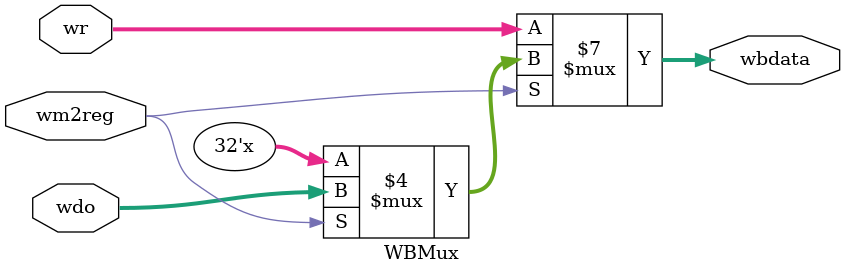
<source format=v>
`timescale 1ns / 1ps

module WBMux(

    // Sets output of multiplexer to wr or wdo, depending on value of wm2reg.

    input wire [31:0] wr,                   // Address in Data Memory
    input wire [31:0] wdo,                  // Data Read from Data Memory
    input wire wm2reg,                      // wm2reg == 1: Write from Memory to Register (Load) - Selector
    output reg [31:0] wbdata                // Output

    );
    
    // If wm2reg == 0, wbdata = wr
    // If wm2reg == 1, wbdata = wdo
    
    always @(*)begin
    
    if (wm2reg == 0) begin
    
        wbdata <= wr;
        
    end else if (wm2reg == 1) begin
    
        wbdata <= wdo;
        
        end
        
    end
    
endmodule

</source>
